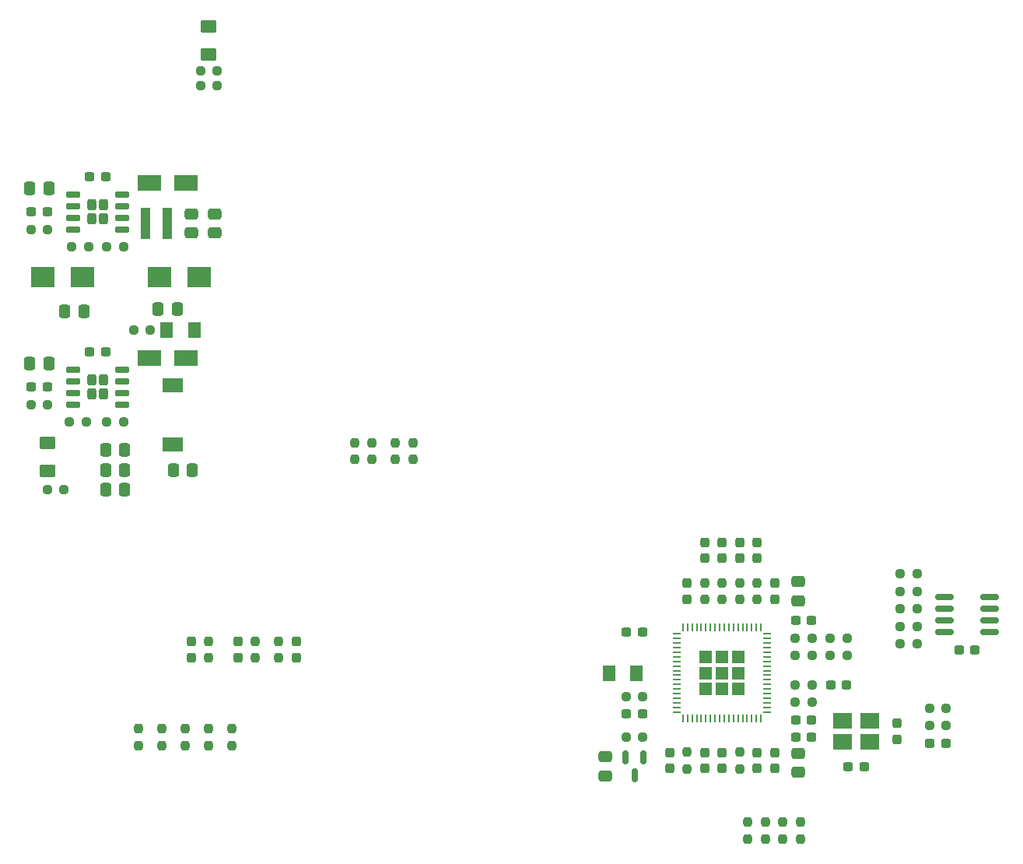
<source format=gbr>
%TF.GenerationSoftware,KiCad,Pcbnew,(6.0.6-0)*%
%TF.CreationDate,2024-02-14T10:46:04-05:00*%
%TF.ProjectId,DIYAH_Main_r0p0,44495941-485f-44d6-9169-6e5f72307030,rev?*%
%TF.SameCoordinates,Original*%
%TF.FileFunction,Paste,Top*%
%TF.FilePolarity,Positive*%
%FSLAX46Y46*%
G04 Gerber Fmt 4.6, Leading zero omitted, Abs format (unit mm)*
G04 Created by KiCad (PCBNEW (6.0.6-0)) date 2024-02-14 10:46:04*
%MOMM*%
%LPD*%
G01*
G04 APERTURE LIST*
G04 Aperture macros list*
%AMRoundRect*
0 Rectangle with rounded corners*
0 $1 Rounding radius*
0 $2 $3 $4 $5 $6 $7 $8 $9 X,Y pos of 4 corners*
0 Add a 4 corners polygon primitive as box body*
4,1,4,$2,$3,$4,$5,$6,$7,$8,$9,$2,$3,0*
0 Add four circle primitives for the rounded corners*
1,1,$1+$1,$2,$3*
1,1,$1+$1,$4,$5*
1,1,$1+$1,$6,$7*
1,1,$1+$1,$8,$9*
0 Add four rect primitives between the rounded corners*
20,1,$1+$1,$2,$3,$4,$5,0*
20,1,$1+$1,$4,$5,$6,$7,0*
20,1,$1+$1,$6,$7,$8,$9,0*
20,1,$1+$1,$8,$9,$2,$3,0*%
G04 Aperture macros list end*
%ADD10RoundRect,0.250000X0.460000X-0.460000X0.460000X0.460000X-0.460000X0.460000X-0.460000X-0.460000X0*%
%ADD11RoundRect,0.062500X0.062500X-0.375000X0.062500X0.375000X-0.062500X0.375000X-0.062500X-0.375000X0*%
%ADD12RoundRect,0.062500X0.375000X-0.062500X0.375000X0.062500X-0.375000X0.062500X-0.375000X-0.062500X0*%
%ADD13RoundRect,0.242500X-0.242500X-0.382500X0.242500X-0.382500X0.242500X0.382500X-0.242500X0.382500X0*%
%ADD14RoundRect,0.150000X-0.650000X-0.150000X0.650000X-0.150000X0.650000X0.150000X-0.650000X0.150000X0*%
%ADD15RoundRect,0.237500X-0.300000X-0.237500X0.300000X-0.237500X0.300000X0.237500X-0.300000X0.237500X0*%
%ADD16R,2.200000X1.500000*%
%ADD17RoundRect,0.237500X0.250000X0.237500X-0.250000X0.237500X-0.250000X-0.237500X0.250000X-0.237500X0*%
%ADD18R,2.500000X2.300000*%
%ADD19RoundRect,0.237500X-0.237500X0.250000X-0.237500X-0.250000X0.237500X-0.250000X0.237500X0.250000X0*%
%ADD20RoundRect,0.237500X0.300000X0.237500X-0.300000X0.237500X-0.300000X-0.237500X0.300000X-0.237500X0*%
%ADD21RoundRect,0.237500X0.237500X-0.250000X0.237500X0.250000X-0.237500X0.250000X-0.237500X-0.250000X0*%
%ADD22RoundRect,0.237500X-0.250000X-0.237500X0.250000X-0.237500X0.250000X0.237500X-0.250000X0.237500X0*%
%ADD23R,1.000000X3.400000*%
%ADD24RoundRect,0.250000X-0.475000X0.337500X-0.475000X-0.337500X0.475000X-0.337500X0.475000X0.337500X0*%
%ADD25RoundRect,0.250000X0.337500X0.475000X-0.337500X0.475000X-0.337500X-0.475000X0.337500X-0.475000X0*%
%ADD26R,2.100000X1.800000*%
%ADD27R,2.500000X1.800000*%
%ADD28RoundRect,0.237500X0.237500X-0.300000X0.237500X0.300000X-0.237500X0.300000X-0.237500X-0.300000X0*%
%ADD29RoundRect,0.250001X-0.462499X-0.624999X0.462499X-0.624999X0.462499X0.624999X-0.462499X0.624999X0*%
%ADD30RoundRect,0.237500X-0.237500X0.300000X-0.237500X-0.300000X0.237500X-0.300000X0.237500X0.300000X0*%
%ADD31RoundRect,0.250000X0.475000X-0.337500X0.475000X0.337500X-0.475000X0.337500X-0.475000X-0.337500X0*%
%ADD32RoundRect,0.250001X0.462499X0.624999X-0.462499X0.624999X-0.462499X-0.624999X0.462499X-0.624999X0*%
%ADD33RoundRect,0.250001X-0.624999X0.462499X-0.624999X-0.462499X0.624999X-0.462499X0.624999X0.462499X0*%
%ADD34RoundRect,0.150000X-0.150000X0.587500X-0.150000X-0.587500X0.150000X-0.587500X0.150000X0.587500X0*%
%ADD35RoundRect,0.150000X0.825000X0.150000X-0.825000X0.150000X-0.825000X-0.150000X0.825000X-0.150000X0*%
%ADD36RoundRect,0.250000X-0.337500X-0.475000X0.337500X-0.475000X0.337500X0.475000X-0.337500X0.475000X0*%
G04 APERTURE END LIST*
D10*
%TO.C,U2*%
X177935000Y-108720000D03*
X181475000Y-108720000D03*
X181475000Y-112260000D03*
X179705000Y-112260000D03*
X177935000Y-112260000D03*
X177935000Y-110490000D03*
X179705000Y-110490000D03*
X179705000Y-108720000D03*
X181475000Y-110490000D03*
D11*
X175455000Y-115427500D03*
X175955000Y-115427500D03*
X176455000Y-115427500D03*
X176955000Y-115427500D03*
X177455000Y-115427500D03*
X177955000Y-115427500D03*
X178455000Y-115427500D03*
X178955000Y-115427500D03*
X179455000Y-115427500D03*
X179955000Y-115427500D03*
X180455000Y-115427500D03*
X180955000Y-115427500D03*
X181455000Y-115427500D03*
X181955000Y-115427500D03*
X182455000Y-115427500D03*
X182955000Y-115427500D03*
X183455000Y-115427500D03*
X183955000Y-115427500D03*
D12*
X184642500Y-114740000D03*
X184642500Y-114240000D03*
X184642500Y-113740000D03*
X184642500Y-113240000D03*
X184642500Y-112740000D03*
X184642500Y-112240000D03*
X184642500Y-111740000D03*
X184642500Y-111240000D03*
X184642500Y-110740000D03*
X184642500Y-110240000D03*
X184642500Y-109740000D03*
X184642500Y-109240000D03*
X184642500Y-108740000D03*
X184642500Y-108240000D03*
X184642500Y-107740000D03*
X184642500Y-107240000D03*
X184642500Y-106740000D03*
X184642500Y-106240000D03*
D11*
X183955000Y-105552500D03*
X183455000Y-105552500D03*
X182955000Y-105552500D03*
X182455000Y-105552500D03*
X181955000Y-105552500D03*
X181455000Y-105552500D03*
X180955000Y-105552500D03*
X180455000Y-105552500D03*
X179955000Y-105552500D03*
X179455000Y-105552500D03*
X178955000Y-105552500D03*
X178455000Y-105552500D03*
X177955000Y-105552500D03*
X177455000Y-105552500D03*
X176955000Y-105552500D03*
X176455000Y-105552500D03*
X175955000Y-105552500D03*
X175455000Y-105552500D03*
D12*
X174767500Y-106240000D03*
X174767500Y-106740000D03*
X174767500Y-107240000D03*
X174767500Y-107740000D03*
X174767500Y-108240000D03*
X174767500Y-108740000D03*
X174767500Y-109240000D03*
X174767500Y-109740000D03*
X174767500Y-110240000D03*
X174767500Y-110740000D03*
X174767500Y-111240000D03*
X174767500Y-111740000D03*
X174767500Y-112240000D03*
X174767500Y-112740000D03*
X174767500Y-113240000D03*
X174767500Y-113740000D03*
X174767500Y-114240000D03*
X174767500Y-114740000D03*
%TD*%
D13*
%TO.C,U3*%
X111160000Y-80150000D03*
X112360000Y-80150000D03*
X111160000Y-78600000D03*
X112360000Y-78600000D03*
D14*
X109110000Y-77470000D03*
X109110000Y-78740000D03*
X109110000Y-80010000D03*
X109110000Y-81280000D03*
X114410000Y-81280000D03*
X114410000Y-80010000D03*
X114410000Y-78740000D03*
X114410000Y-77470000D03*
%TD*%
%TO.C,U1*%
X114410000Y-58420000D03*
X114410000Y-59690000D03*
X114410000Y-60960000D03*
X114410000Y-62230000D03*
X109110000Y-62230000D03*
X109110000Y-60960000D03*
X109110000Y-59690000D03*
X109110000Y-58420000D03*
D13*
X111160000Y-59550000D03*
X111160000Y-61100000D03*
X112360000Y-61100000D03*
X112360000Y-59550000D03*
%TD*%
D15*
%TO.C,C2*%
X104547500Y-60325000D03*
X106272500Y-60325000D03*
%TD*%
D16*
%TO.C,L2*%
X119888000Y-79223000D03*
X119888000Y-85623000D03*
%TD*%
D17*
%TO.C,R47*%
X124762900Y-46583600D03*
X122937900Y-46583600D03*
%TD*%
D18*
%TO.C,D3*%
X118500000Y-67437000D03*
X122800000Y-67437000D03*
%TD*%
%TO.C,D2*%
X110100000Y-67437000D03*
X105800000Y-67437000D03*
%TD*%
D19*
%TO.C,R35*%
X144145000Y-85447500D03*
X144145000Y-87272500D03*
%TD*%
D20*
%TO.C,C33*%
X207237500Y-107950000D03*
X205512500Y-107950000D03*
%TD*%
D21*
%TO.C,R27*%
X126365000Y-118387500D03*
X126365000Y-116562500D03*
%TD*%
D20*
%TO.C,C5*%
X195172500Y-120650000D03*
X193447500Y-120650000D03*
%TD*%
D21*
%TO.C,R2*%
X128905000Y-108862500D03*
X128905000Y-107037500D03*
%TD*%
D17*
%TO.C,R39*%
X108100500Y-90551000D03*
X106275500Y-90551000D03*
%TD*%
D19*
%TO.C,R34*%
X141605000Y-85447500D03*
X141605000Y-87272500D03*
%TD*%
%TO.C,R19*%
X188214000Y-126722500D03*
X188214000Y-128547500D03*
%TD*%
D21*
%TO.C,R12*%
X175895000Y-120927500D03*
X175895000Y-119102500D03*
%TD*%
D22*
%TO.C,R32*%
X199112500Y-103505000D03*
X200937500Y-103505000D03*
%TD*%
D19*
%TO.C,R15*%
X179705000Y-100687500D03*
X179705000Y-102512500D03*
%TD*%
D23*
%TO.C,L1*%
X116925000Y-61595000D03*
X119295000Y-61595000D03*
%TD*%
D22*
%TO.C,R40*%
X187682500Y-106680000D03*
X189507500Y-106680000D03*
%TD*%
D24*
%TO.C,C10*%
X187960000Y-119231500D03*
X187960000Y-121306500D03*
%TD*%
D17*
%TO.C,R4*%
X106322500Y-62230000D03*
X104497500Y-62230000D03*
%TD*%
D19*
%TO.C,R36*%
X186309000Y-126722500D03*
X186309000Y-128547500D03*
%TD*%
D17*
%TO.C,R45*%
X124762900Y-45008800D03*
X122937900Y-45008800D03*
%TD*%
D19*
%TO.C,R14*%
X181610000Y-100687500D03*
X181610000Y-102512500D03*
%TD*%
%TO.C,R16*%
X183515000Y-100687500D03*
X183515000Y-102512500D03*
%TD*%
D25*
%TO.C,C1*%
X106447500Y-57785000D03*
X104372500Y-57785000D03*
%TD*%
D20*
%TO.C,C3*%
X112622500Y-56515000D03*
X110897500Y-56515000D03*
%TD*%
D17*
%TO.C,R42*%
X193317500Y-106680000D03*
X191492500Y-106680000D03*
%TD*%
D21*
%TO.C,R28*%
X116205000Y-118387500D03*
X116205000Y-116562500D03*
%TD*%
D26*
%TO.C,Y1*%
X195760000Y-115690000D03*
X192860000Y-115690000D03*
X192860000Y-117990000D03*
X195760000Y-117990000D03*
%TD*%
D27*
%TO.C,D1*%
X117380000Y-57150000D03*
X121380000Y-57150000D03*
%TD*%
%TO.C,D4*%
X117380000Y-76200000D03*
X121380000Y-76200000D03*
%TD*%
D28*
%TO.C,C21*%
X173990000Y-120877500D03*
X173990000Y-119152500D03*
%TD*%
D15*
%TO.C,C25*%
X104547500Y-79375000D03*
X106272500Y-79375000D03*
%TD*%
D29*
%TO.C,D5*%
X167422500Y-110490000D03*
X170397500Y-110490000D03*
%TD*%
D28*
%TO.C,C9*%
X183515000Y-120877500D03*
X183515000Y-119152500D03*
%TD*%
%TO.C,C30*%
X181610000Y-98017500D03*
X181610000Y-96292500D03*
%TD*%
%TO.C,C31*%
X179705000Y-98017500D03*
X179705000Y-96292500D03*
%TD*%
D19*
%TO.C,R46*%
X177800000Y-100687500D03*
X177800000Y-102512500D03*
%TD*%
D25*
%TO.C,C20*%
X106447500Y-76835000D03*
X104372500Y-76835000D03*
%TD*%
D22*
%TO.C,R10*%
X187682500Y-113665000D03*
X189507500Y-113665000D03*
%TD*%
D28*
%TO.C,C11*%
X185420000Y-120877500D03*
X185420000Y-119152500D03*
%TD*%
D30*
%TO.C,C40*%
X133350000Y-107087500D03*
X133350000Y-108812500D03*
%TD*%
D31*
%TO.C,C26*%
X187960000Y-102637500D03*
X187960000Y-100562500D03*
%TD*%
D20*
%TO.C,C19*%
X189457500Y-115570000D03*
X187732500Y-115570000D03*
%TD*%
D17*
%TO.C,R6*%
X114577500Y-64135000D03*
X112752500Y-64135000D03*
%TD*%
D20*
%TO.C,C23*%
X189457500Y-117475000D03*
X187732500Y-117475000D03*
%TD*%
D17*
%TO.C,R38*%
X171092500Y-113030000D03*
X169267500Y-113030000D03*
%TD*%
D30*
%TO.C,C38*%
X121920000Y-107087500D03*
X121920000Y-108812500D03*
%TD*%
D21*
%TO.C,R30*%
X121285000Y-118387500D03*
X121285000Y-116562500D03*
%TD*%
%TO.C,R29*%
X118745000Y-118387500D03*
X118745000Y-116562500D03*
%TD*%
D28*
%TO.C,C4*%
X198755000Y-117702500D03*
X198755000Y-115977500D03*
%TD*%
D31*
%TO.C,C8*%
X124460000Y-62632500D03*
X124460000Y-60557500D03*
%TD*%
D20*
%TO.C,C32*%
X112622500Y-75565000D03*
X110897500Y-75565000D03*
%TD*%
D22*
%TO.C,R8*%
X202287500Y-114300000D03*
X204112500Y-114300000D03*
%TD*%
D17*
%TO.C,R23*%
X114577500Y-83185000D03*
X112752500Y-83185000D03*
%TD*%
D32*
%TO.C,D7*%
X122264500Y-73152000D03*
X119289500Y-73152000D03*
%TD*%
D28*
%TO.C,C13*%
X179705000Y-120877500D03*
X179705000Y-119152500D03*
%TD*%
%TO.C,C15*%
X177800000Y-120877500D03*
X177800000Y-119152500D03*
%TD*%
D19*
%TO.C,R37*%
X184404000Y-126722500D03*
X184404000Y-128547500D03*
%TD*%
D20*
%TO.C,C7*%
X204062500Y-118110000D03*
X202337500Y-118110000D03*
%TD*%
D22*
%TO.C,R17*%
X169267500Y-117475000D03*
X171092500Y-117475000D03*
%TD*%
D33*
%TO.C,D8*%
X123825000Y-40205000D03*
X123825000Y-43180000D03*
%TD*%
D34*
%TO.C,Q1*%
X171130000Y-119712500D03*
X169230000Y-119712500D03*
X170180000Y-121587500D03*
%TD*%
D17*
%TO.C,R22*%
X200937500Y-107315000D03*
X199112500Y-107315000D03*
%TD*%
D28*
%TO.C,C41*%
X177800000Y-98017500D03*
X177800000Y-96292500D03*
%TD*%
D21*
%TO.C,R1*%
X123825000Y-108862500D03*
X123825000Y-107037500D03*
%TD*%
D15*
%TO.C,C17*%
X169317500Y-114935000D03*
X171042500Y-114935000D03*
%TD*%
D21*
%TO.C,R3*%
X131445000Y-108862500D03*
X131445000Y-107037500D03*
%TD*%
D31*
%TO.C,C27*%
X167005000Y-121687500D03*
X167005000Y-119612500D03*
%TD*%
D17*
%TO.C,R24*%
X110490000Y-83185000D03*
X108665000Y-83185000D03*
%TD*%
%TO.C,R7*%
X110767500Y-64135000D03*
X108942500Y-64135000D03*
%TD*%
D30*
%TO.C,C24*%
X175895000Y-100737500D03*
X175895000Y-102462500D03*
%TD*%
D15*
%TO.C,C18*%
X169317500Y-106045000D03*
X171042500Y-106045000D03*
%TD*%
D25*
%TO.C,C37*%
X114702500Y-88392000D03*
X112627500Y-88392000D03*
%TD*%
D35*
%TO.C,U4*%
X208850000Y-106045000D03*
X208850000Y-104775000D03*
X208850000Y-103505000D03*
X208850000Y-102235000D03*
X203900000Y-102235000D03*
X203900000Y-103505000D03*
X203900000Y-104775000D03*
X203900000Y-106045000D03*
%TD*%
D22*
%TO.C,R5*%
X199112500Y-99695000D03*
X200937500Y-99695000D03*
%TD*%
D15*
%TO.C,C28*%
X191542500Y-111760000D03*
X193267500Y-111760000D03*
%TD*%
D22*
%TO.C,R21*%
X199112500Y-105410000D03*
X200937500Y-105410000D03*
%TD*%
D28*
%TO.C,C29*%
X183515000Y-98017500D03*
X183515000Y-96292500D03*
%TD*%
D19*
%TO.C,R20*%
X182499000Y-126722500D03*
X182499000Y-128547500D03*
%TD*%
D36*
%TO.C,C12*%
X118342500Y-70866000D03*
X120417500Y-70866000D03*
%TD*%
D25*
%TO.C,C14*%
X110257500Y-71120000D03*
X108182500Y-71120000D03*
%TD*%
D17*
%TO.C,R13*%
X189507500Y-111760000D03*
X187682500Y-111760000D03*
%TD*%
D22*
%TO.C,R44*%
X115673500Y-73152000D03*
X117498500Y-73152000D03*
%TD*%
D17*
%TO.C,R9*%
X204112500Y-116205000D03*
X202287500Y-116205000D03*
%TD*%
D21*
%TO.C,R11*%
X181610000Y-120927500D03*
X181610000Y-119102500D03*
%TD*%
D33*
%TO.C,D6*%
X106299000Y-85507500D03*
X106299000Y-88482500D03*
%TD*%
D19*
%TO.C,R25*%
X139700000Y-85447500D03*
X139700000Y-87272500D03*
%TD*%
D36*
%TO.C,C34*%
X119993500Y-88392000D03*
X122068500Y-88392000D03*
%TD*%
D20*
%TO.C,C22*%
X189457500Y-104775000D03*
X187732500Y-104775000D03*
%TD*%
D31*
%TO.C,C6*%
X121920000Y-62632500D03*
X121920000Y-60557500D03*
%TD*%
D17*
%TO.C,R18*%
X106322500Y-81280000D03*
X104497500Y-81280000D03*
%TD*%
D19*
%TO.C,R26*%
X146050000Y-85447500D03*
X146050000Y-87272500D03*
%TD*%
D22*
%TO.C,R33*%
X199112500Y-101600000D03*
X200937500Y-101600000D03*
%TD*%
D30*
%TO.C,C39*%
X127000000Y-107087500D03*
X127000000Y-108812500D03*
%TD*%
D21*
%TO.C,R31*%
X123825000Y-118387500D03*
X123825000Y-116562500D03*
%TD*%
D17*
%TO.C,R43*%
X193317500Y-108585000D03*
X191492500Y-108585000D03*
%TD*%
D25*
%TO.C,C35*%
X114702500Y-90551000D03*
X112627500Y-90551000D03*
%TD*%
D22*
%TO.C,R41*%
X187682500Y-108585000D03*
X189507500Y-108585000D03*
%TD*%
D30*
%TO.C,C16*%
X185420000Y-100737500D03*
X185420000Y-102462500D03*
%TD*%
D25*
%TO.C,C36*%
X114702500Y-86233000D03*
X112627500Y-86233000D03*
%TD*%
M02*

</source>
